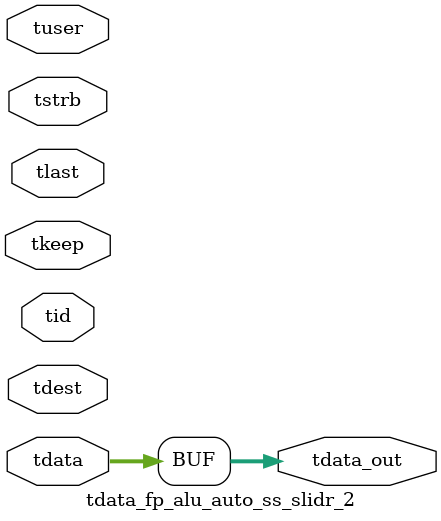
<source format=v>


`timescale 1ps/1ps

module tdata_fp_alu_auto_ss_slidr_2 #
(
parameter C_S_AXIS_TDATA_WIDTH = 32,
parameter C_S_AXIS_TUSER_WIDTH = 0,
parameter C_S_AXIS_TID_WIDTH   = 0,
parameter C_S_AXIS_TDEST_WIDTH = 0,
parameter C_M_AXIS_TDATA_WIDTH = 32
)
(
input  [(C_S_AXIS_TDATA_WIDTH == 0 ? 1 : C_S_AXIS_TDATA_WIDTH)-1:0     ] tdata,
input  [(C_S_AXIS_TUSER_WIDTH == 0 ? 1 : C_S_AXIS_TUSER_WIDTH)-1:0     ] tuser,
input  [(C_S_AXIS_TID_WIDTH   == 0 ? 1 : C_S_AXIS_TID_WIDTH)-1:0       ] tid,
input  [(C_S_AXIS_TDEST_WIDTH == 0 ? 1 : C_S_AXIS_TDEST_WIDTH)-1:0     ] tdest,
input  [(C_S_AXIS_TDATA_WIDTH/8)-1:0 ] tkeep,
input  [(C_S_AXIS_TDATA_WIDTH/8)-1:0 ] tstrb,
input                                                                    tlast,
output [C_M_AXIS_TDATA_WIDTH-1:0] tdata_out
);

assign tdata_out = {tdata[31:0]};

endmodule


</source>
